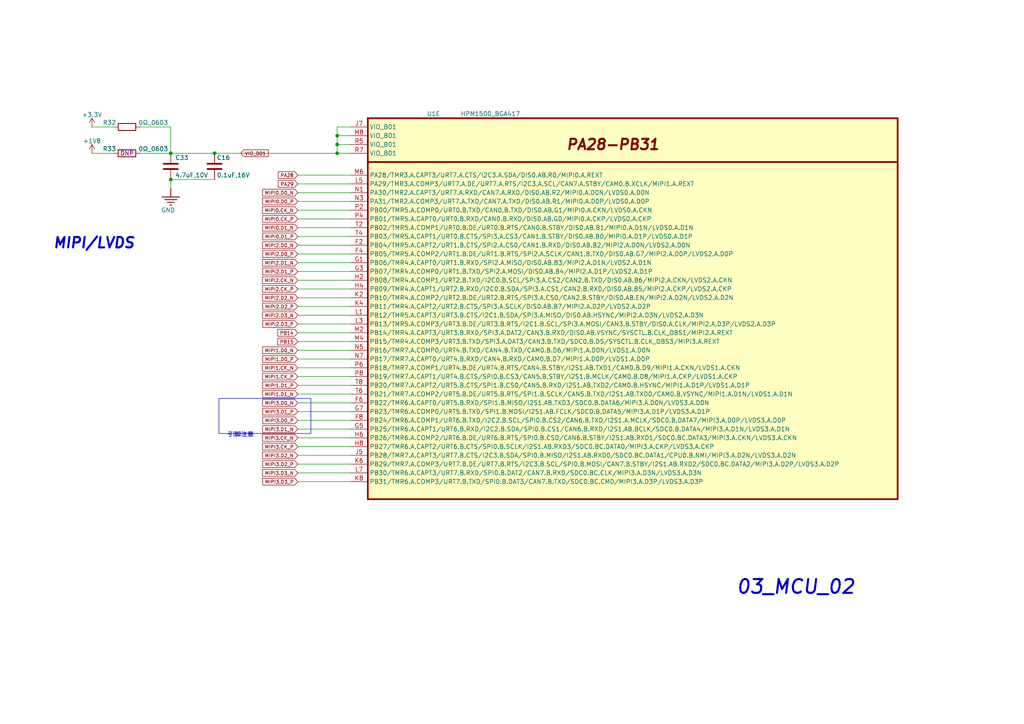
<source format=kicad_sch>
(kicad_sch (version 20230121) (generator eeschema)
  (paper "A4")
  (junction (at 62.23 44.45))
  (junction (at 97.79 44.45))
  (junction (at 49.53 52.07))
  (junction (at 97.79 41.91))
  (junction (at 49.53 44.45))
  (junction (at 97.79 39.37))
  (wire (pts (xy 97.79 44.45) (xy 101.6 44.45)))
  (wire (pts (xy 86.36 96.52) (xy 101.6 96.52)) (stroke (width 0.15)))
  (wire (pts (xy 49.53 36.83) (xy 49.53 44.45)))
  (wire (pts (xy 97.79 39.37) (xy 101.6 39.37)))
  (wire (pts (xy 97.79 36.83) (xy 101.6 36.83)) (stroke (width 0.15)))
  (wire (pts (xy 86.36 66.04) (xy 101.6 66.04)) (stroke (width 0.15)))
  (wire (pts (xy 26.67 36.83) (xy 33.02 36.83)) (stroke (width 0.15)))
  (wire (pts (xy 97.79 41.91) (xy 101.6 41.91)))
  (wire (pts (xy 86.36 137.16) (xy 101.6 137.16)) (stroke (width 0.15)))
  (wire (pts (xy 86.36 106.68) (xy 101.6 106.68)) (stroke (width 0.15)))
  (wire (pts (xy 97.79 39.37) (xy 97.79 41.91)))
  (wire (pts (xy 86.36 63.5) (xy 101.6 63.5)) (stroke (width 0.15)))
  (wire (pts (xy 86.36 99.06) (xy 101.6 99.06)) (stroke (width 0.15)))
  (wire (pts (xy 86.36 50.8) (xy 101.6 50.8)) (stroke (width 0.15)))
  (wire (pts (xy 86.36 53.34) (xy 101.6 53.34)) (stroke (width 0.15)))
  (wire (pts (xy 86.36 111.76) (xy 101.6 111.76)) (stroke (width 0.15)))
  (wire (pts (xy 86.36 81.28) (xy 101.6 81.28)) (stroke (width 0.15)))
  (wire (pts (xy 86.36 127) (xy 101.6 127)) (stroke (width 0.15)))
  (wire (pts (xy 86.36 91.44) (xy 101.6 91.44)) (stroke (width 0.15)))
  (wire (pts (xy 86.36 83.82) (xy 101.6 83.82)) (stroke (width 0.15)))
  (wire (pts (xy 86.36 88.9) (xy 101.6 88.9)) (stroke (width 0.15)))
  (wire (pts (xy 86.36 55.88) (xy 101.6 55.88)) (stroke (width 0.15)))
  (wire (pts (xy 86.36 134.62) (xy 101.6 134.62)) (stroke (width 0.15)))
  (wire (pts (xy 26.67 44.45) (xy 33.02 44.45)) (stroke (width 0.15)))
  (wire (pts (xy 86.36 68.58) (xy 101.6 68.58)) (stroke (width 0.15)))
  (wire (pts (xy 86.36 86.36) (xy 101.6 86.36)) (stroke (width 0.15)))
  (wire (pts (xy 86.36 78.74) (xy 101.6 78.74)) (stroke (width 0.15)))
  (wire (pts (xy 49.53 52.07) (xy 62.23 52.07)) (stroke (width 0.15)))
  (wire (pts (xy 49.53 54.61) (xy 49.53 52.07)) (stroke (width 0.15)))
  (wire (pts (xy 86.36 119.38) (xy 101.6 119.38)) (stroke (width 0.15)))
  (wire (pts (xy 86.36 132.08) (xy 101.6 132.08)) (stroke (width 0.15)))
  (wire (pts (xy 86.36 116.84) (xy 101.6 116.84)) (stroke (width 0.15)))
  (wire (pts (xy 86.36 109.22) (xy 101.6 109.22)) (stroke (width 0.15)))
  (wire (pts (xy 86.36 101.6) (xy 101.6 101.6)) (stroke (width 0.15)))
  (wire (pts (xy 86.36 71.12) (xy 101.6 71.12)) (stroke (width 0.15)))
  (wire (pts (xy 97.79 36.83) (xy 97.79 39.37)))
  (wire (pts (xy 86.36 104.14) (xy 101.6 104.14)) (stroke (width 0.15)))
  (wire (pts (xy 62.23 44.45) (xy 97.79 44.45)))
  (wire (pts (xy 49.53 44.45) (xy 62.23 44.45)))
  (wire (pts (xy 86.36 121.92) (xy 101.6 121.92)) (stroke (width 0.15)))
  (wire (pts (xy 86.36 58.42) (xy 101.6 58.42)) (stroke (width 0.15)))
  (wire (pts (xy 86.36 93.98) (xy 101.6 93.98)) (stroke (width 0.15)))
  (wire (pts (xy 86.36 114.3) (xy 101.6 114.3)) (stroke (width 0.15)))
  (wire (pts (xy 86.36 124.46) (xy 101.6 124.46)) (stroke (width 0.15)))
  (wire (pts (xy 86.36 129.54) (xy 101.6 129.54)) (stroke (width 0.15)))
  (wire (pts (xy 40.64 44.45) (xy 49.53 44.45)))
  (wire (pts (xy 40.64 36.83) (xy 49.53 36.83)) (stroke (width 0.15)))
  (wire (pts (xy 86.36 73.66) (xy 101.6 73.66)) (stroke (width 0.15)))
  (wire (pts (xy 97.79 41.91) (xy 97.79 44.45)))
  (wire (pts (xy 86.36 139.7) (xy 101.6 139.7)) (stroke (width 0.15)))
  (wire (pts (xy 86.36 60.96) (xy 101.6 60.96)) (stroke (width 0.15)))
  (wire (pts (xy 86.36 76.2) (xy 101.6 76.2)) (stroke (width 0.15)))
  (rectangle (start 63.5 115.57) (end 90.17 125.73))
  (text "MIPI/LVDS" (at 15.24 72.39 0) (effects (font (size 3 3) (thickness 0.6) bold italic) (justify left bottom)))
  (text "引脚注意" (at 66.04 127 0) (effects (font (size 1.27 1.27)) (justify left bottom)))
  (text "03_MCU_02" (at 213.36 172.72 0) (effects (font (size 4 4) (thickness 0.6) bold italic) (justify left bottom)))
  (global_label "MIPI2.D1_N" (shape input) (at 86.36 76.2 180) (effects (font (size 1 1))) (property "Intersheetrefs" "${INTERSHEET_REFS}" (effects hide)))
  (global_label "MIPI0.D1_N" (shape input) (at 86.36 66.04 180) (effects (font (size 1 1))) (property "Intersheetrefs" "${INTERSHEET_REFS}" (effects hide)))
  (global_label "MIPI2.D0_P" (shape input) (at 86.36 73.66 180) (effects (font (size 1 1))) (property "Intersheetrefs" "${INTERSHEET_REFS}" (effects hide)))
  (global_label "MIPI3.D3_P" (shape input) (at 86.36 139.7 180) (effects (font (size 1 1))) (property "Intersheetrefs" "${INTERSHEET_REFS}" (effects hide)))
  (global_label "MIPI3.D0_P" (shape input) (at 86.36 121.92 180) (effects (font (size 1 1))) (property "Intersheetrefs" "${INTERSHEET_REFS}" (effects hide)))
  (global_label "MIPI3.D0_N" (shape input) (at 86.36 116.84 180) (effects (font (size 1 1))) (property "Intersheetrefs" "${INTERSHEET_REFS}" (effects hide)))
  (global_label "MIPI2.CK_P" (shape input) (at 86.36 83.82 180) (effects (font (size 1 1))) (property "Intersheetrefs" "${INTERSHEET_REFS}" (effects hide)))
  (global_label "MIPI3.CK_P" (shape input) (at 86.36 129.54 180) (effects (font (size 1 1))) (property "Intersheetrefs" "${INTERSHEET_REFS}" (effects hide)))
  (global_label "MIPI1.D0_P" (shape input) (at 86.36 104.14 180) (effects (font (size 1 1))) (property "Intersheetrefs" "${INTERSHEET_REFS}" (effects hide)))
  (global_label "MIPI2.D3_N" (shape input) (at 86.36 91.44 180) (effects (font (size 1 1))) (property "Intersheetrefs" "${INTERSHEET_REFS}" (effects hide)))
  (global_label "MIPI1.D0_N" (shape input) (at 86.36 101.6 180) (effects (font (size 1 1))) (property "Intersheetrefs" "${INTERSHEET_REFS}" (effects hide)))
  (global_label "MIPI0.CK_P" (shape input) (at 86.36 63.5 180) (effects (font (size 1 1))) (property "Intersheetrefs" "${INTERSHEET_REFS}" (effects hide)))
  (global_label "VIO_B01" (shape input) (at 69.85 44.45 0) (effects (font (size 1 1))) (property "Intersheetrefs" "${INTERSHEET_REFS}" (effects hide)))
  (global_label "PA29" (shape input) (at 86.36 53.34 180) (effects (font (size 1 1))) (property "Intersheetrefs" "${INTERSHEET_REFS}" (effects hide)))
  (global_label "MIPI2.CK_N" (shape input) (at 86.36 81.28 180) (effects (font (size 1 1))) (property "Intersheetrefs" "${INTERSHEET_REFS}" (effects hide)))
  (global_label "MIPI1.CK_P" (shape input) (at 86.36 109.22 180) (effects (font (size 1 1))) (property "Intersheetrefs" "${INTERSHEET_REFS}" (effects hide)))
  (global_label "PA28" (shape input) (at 86.36 50.8 180) (effects (font (size 1 1))) (property "Intersheetrefs" "${INTERSHEET_REFS}" (effects hide)))
  (global_label "PB14" (shape input) (at 86.36 96.52 180) (effects (font (size 1 1))) (property "Intersheetrefs" "${INTERSHEET_REFS}" (effects hide)))
  (global_label "MIPI2.D0_N" (shape input) (at 86.36 71.12 180) (effects (font (size 1 1))) (property "Intersheetrefs" "${INTERSHEET_REFS}" (effects hide)))
  (global_label "MIPI3.D2_N" (shape input) (at 86.36 132.08 180) (effects (font (size 1 1))) (property "Intersheetrefs" "${INTERSHEET_REFS}" (effects hide)))
  (global_label "MIPI1.CK_N" (shape input) (at 86.36 106.68 180) (effects (font (size 1 1))) (property "Intersheetrefs" "${INTERSHEET_REFS}" (effects hide)))
  (global_label "MIPI0.CK_N" (shape input) (at 86.36 60.96 180) (effects (font (size 1 1))) (property "Intersheetrefs" "${INTERSHEET_REFS}" (effects hide)))
  (global_label "MIPI3.D1_P" (shape input) (at 86.36 119.38 180) (effects (font (size 1 1))) (property "Intersheetrefs" "${INTERSHEET_REFS}" (effects hide)))
  (global_label "MIPI2.D3_P" (shape input) (at 86.36 93.98 180) (effects (font (size 1 1))) (property "Intersheetrefs" "${INTERSHEET_REFS}" (effects hide)))
  (global_label "MIPI2.D2_N" (shape input) (at 86.36 86.36 180) (effects (font (size 1 1))) (property "Intersheetrefs" "${INTERSHEET_REFS}" (effects hide)))
  (global_label "MIPI1.D1_P" (shape input) (at 86.36 111.76 180) (effects (font (size 1 1))) (property "Intersheetrefs" "${INTERSHEET_REFS}" (effects hide)))
  (global_label "MIPI3.CK_N" (shape input) (at 86.36 127 180) (effects (font (size 1 1))) (property "Intersheetrefs" "${INTERSHEET_REFS}" (effects hide)))
  (global_label "PB15" (shape input) (at 86.36 99.06 180) (effects (font (size 1 1))) (property "Intersheetrefs" "${INTERSHEET_REFS}" (effects hide)))
  (global_label "MIPI1.D1_N" (shape input) (at 86.36 114.3 180) (effects (font (size 1 1))) (property "Intersheetrefs" "${INTERSHEET_REFS}" (effects hide)))
  (global_label "MIPI3.D2_P" (shape input) (at 86.36 134.62 180) (effects (font (size 1 1))) (property "Intersheetrefs" "${INTERSHEET_REFS}" (effects hide)))
  (global_label "MIPI2.D1_P" (shape input) (at 86.36 78.74 180) (effects (font (size 1 1))) (property "Intersheetrefs" "${INTERSHEET_REFS}" (effects hide)))
  (global_label "MIPI0.D0_N" (shape input) (at 86.36 55.88 180) (effects (font (size 1 1))) (property "Intersheetrefs" "${INTERSHEET_REFS}" (effects hide)))
  (global_label "MIPI0.D1_P" (shape input) (at 86.36 68.58 180) (effects (font (size 1 1))) (property "Intersheetrefs" "${INTERSHEET_REFS}" (effects hide)))
  (global_label "MIPI3.D3_N" (shape input) (at 86.36 137.16 180) (effects (font (size 1 1))) (property "Intersheetrefs" "${INTERSHEET_REFS}" (effects hide)))
  (global_label "MIPI2.D2_P" (shape input) (at 86.36 88.9 180) (effects (font (size 1 1))) (property "Intersheetrefs" "${INTERSHEET_REFS}" (effects hide)))
  (global_label "MIPI0.D0_P" (shape input) (at 86.36 58.42 180) (effects (font (size 1 1))) (property "Intersheetrefs" "${INTERSHEET_REFS}" (effects hide)))
  (global_label "MIPI3.D1_N" (shape input) (at 86.36 124.46 180) (effects (font (size 1 1))) (property "Intersheetrefs" "${INTERSHEET_REFS}" (effects hide)))
  (symbol (lib_id "05_HPM_Conn:GND") (at 49.53 54.61 0) (unit 1)
    (property "Reference" "#PWR0140" (effects hide))
    (property "Value" "GND" (at 50.8 60.96 0) (effects (justify right)))
  )
  (symbol (lib_id "power:+3.3V") (at 26.67 36.83 0) (unit 1)
    (property "Reference" "#PWR0210" (effects hide))
    (property "Value" "+3.3V" (at 26.67 33.274 0))
  )
  (symbol (lib_name "4.7uF,10V_1") (lib_id "03_HPM_Capacitance:4.7uF,10V") (at 49.53 48.26 0) (unit 1)
    (property "Reference" "C33" (at 50.8 45.72 0) (effects (justify left)))
    (property "Value" "4.7uF,10V" (at 50.8 50.8 0) (effects (justify left)))
    (property "Footprint" "03_HPM_Capacitance:C_0402" (effects hide))
    (property "Model" " CL05A475MP5NRNC" (effects hide))
    (property "Company" " SAMSUNG(三星)" (effects hide))
    (instances (project "HPM1500_DDR3_CORE_RevB" (path "" (reference "C33") (unit 1)) (path "" (reference "C134") (unit 1)) (path "" (reference "C1") (unit 1))))
  )
  (symbol (lib_id "03_HPM_Capacitance:0.1uF,16V") (at 62.23 48.26 0) (unit 1)
    (property "Reference" "C16" (at 62.865 45.72 0) (effects (justify left)))
    (property "Value" "0.1uF,16V" (at 62.865 50.8 0) (effects (justify left)))
    (property "Footprint" "03_HPM_Capacitance:C_0402" (effects hide))
    (property "Model" "CL05B104KO5NNNC" (effects hide))
    (property "Company" "SAMSUNG(三星)" (effects hide))
  )
  (symbol (lib_id "00_HPM6800_Library:HPM6880IBD1") (at 260.35 34.29 0) (unit 5)
    (property "Reference" "U1" (at 125.73 33.02 0))
    (property "Value" "HPM1500_BGA417" (at 142.24 33.02 0))
    (property "Footprint" "00_HPM_Library:BGA_417" (effects hide))
    (property "Model" "此处不用焊接，不要加焊锡，不要收焊接费，，我们是socket" (effects hide))
    (property "Company" "HPM." (effects hide))
  )
  (symbol (lib_id "02_HPM_Resistor:0Ω_0603") (at 36.83 36.83 0) (unit 1)
    (property "Reference" "R32" (at 31.75 35.56 0))
    (property "Value" "0Ω_0603" (at 44.45 35.56 0))
    (property "Footprint" "02_HPM_Resistor:R_0603_1608Metric" (effects hide))
    (property "Model" "0603WAF0000T5E" (effects hide))
    (property "Company" "UNI-ROYAL(厚声)" (effects hide))
  )
  (symbol (lib_id "02_HPM_Resistor:0Ω_0603") (at 36.83 44.45 0) (unit 1)
    (property "Reference" "R33" (at 31.75 43.18 0))
    (property "Value" "0Ω_0603" (at 44.45 43.18 0))
    (property "Footprint" "02_HPM_Resistor:R_0603" (effects hide))
    (property "Model" "0603WAF0000T5E" (effects hide))
    (property "Company" "UNI-ROYAL(厚声)" (effects hide))
    (property "ASSY_OPT" "DNP" (at 36.83 44.45 0))
  )
  (symbol (lib_id "power:+1V8") (at 26.67 44.45 0) (unit 1)
    (property "Reference" "#PWR0211" (effects hide))
    (property "Value" "+1V8" (at 26.67 40.894 0))
  )
)
</source>
